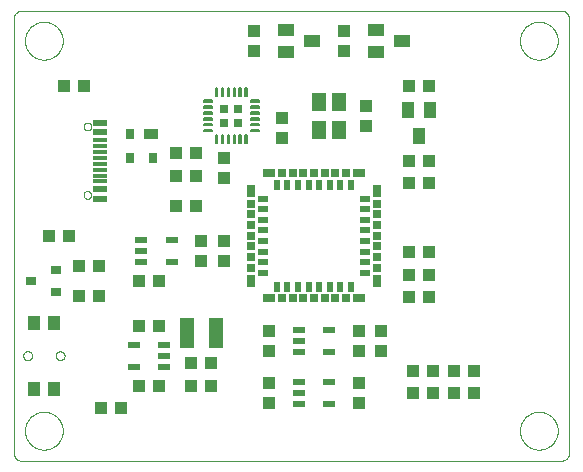
<source format=gtp>
G75*
%MOIN*%
%OFA0B0*%
%FSLAX25Y25*%
%IPPOS*%
%LPD*%
%AMOC8*
5,1,8,0,0,1.08239X$1,22.5*
%
%ADD10C,0.00000*%
%ADD11R,0.03937X0.04331*%
%ADD12R,0.04331X0.03937*%
%ADD13R,0.03150X0.03543*%
%ADD14R,0.04724X0.03543*%
%ADD15R,0.03307X0.01969*%
%ADD16R,0.01969X0.03307*%
%ADD17R,0.02559X0.04331*%
%ADD18R,0.02559X0.02559*%
%ADD19R,0.04331X0.02559*%
%ADD20R,0.05118X0.10039*%
%ADD21R,0.03937X0.04724*%
%ADD22R,0.05512X0.03937*%
%ADD23R,0.03937X0.05512*%
%ADD24R,0.03937X0.02165*%
%ADD25R,0.04724X0.05906*%
%ADD26C,0.00551*%
%ADD27R,0.03150X0.03150*%
%ADD28R,0.04528X0.02362*%
%ADD29R,0.04528X0.01181*%
%ADD30R,0.03543X0.03150*%
D10*
X0005343Y0035785D02*
X0185343Y0035785D01*
X0185441Y0035787D01*
X0185539Y0035793D01*
X0185637Y0035802D01*
X0185734Y0035816D01*
X0185831Y0035833D01*
X0185927Y0035854D01*
X0186022Y0035879D01*
X0186116Y0035907D01*
X0186208Y0035940D01*
X0186300Y0035975D01*
X0186390Y0036015D01*
X0186478Y0036057D01*
X0186565Y0036104D01*
X0186649Y0036153D01*
X0186732Y0036206D01*
X0186812Y0036262D01*
X0186891Y0036322D01*
X0186967Y0036384D01*
X0187040Y0036449D01*
X0187111Y0036517D01*
X0187179Y0036588D01*
X0187244Y0036661D01*
X0187306Y0036737D01*
X0187366Y0036816D01*
X0187422Y0036896D01*
X0187475Y0036979D01*
X0187524Y0037063D01*
X0187571Y0037150D01*
X0187613Y0037238D01*
X0187653Y0037328D01*
X0187688Y0037420D01*
X0187721Y0037512D01*
X0187749Y0037606D01*
X0187774Y0037701D01*
X0187795Y0037797D01*
X0187812Y0037894D01*
X0187826Y0037991D01*
X0187835Y0038089D01*
X0187841Y0038187D01*
X0187843Y0038285D01*
X0187843Y0183285D01*
X0187841Y0183383D01*
X0187835Y0183481D01*
X0187826Y0183579D01*
X0187812Y0183676D01*
X0187795Y0183773D01*
X0187774Y0183869D01*
X0187749Y0183964D01*
X0187721Y0184058D01*
X0187688Y0184150D01*
X0187653Y0184242D01*
X0187613Y0184332D01*
X0187571Y0184420D01*
X0187524Y0184507D01*
X0187475Y0184591D01*
X0187422Y0184674D01*
X0187366Y0184754D01*
X0187306Y0184833D01*
X0187244Y0184909D01*
X0187179Y0184982D01*
X0187111Y0185053D01*
X0187040Y0185121D01*
X0186967Y0185186D01*
X0186891Y0185248D01*
X0186812Y0185308D01*
X0186732Y0185364D01*
X0186649Y0185417D01*
X0186565Y0185466D01*
X0186478Y0185513D01*
X0186390Y0185555D01*
X0186300Y0185595D01*
X0186208Y0185630D01*
X0186116Y0185663D01*
X0186022Y0185691D01*
X0185927Y0185716D01*
X0185831Y0185737D01*
X0185734Y0185754D01*
X0185637Y0185768D01*
X0185539Y0185777D01*
X0185441Y0185783D01*
X0185343Y0185785D01*
X0005343Y0185785D01*
X0005245Y0185783D01*
X0005147Y0185777D01*
X0005049Y0185768D01*
X0004952Y0185754D01*
X0004855Y0185737D01*
X0004759Y0185716D01*
X0004664Y0185691D01*
X0004570Y0185663D01*
X0004478Y0185630D01*
X0004386Y0185595D01*
X0004296Y0185555D01*
X0004208Y0185513D01*
X0004121Y0185466D01*
X0004037Y0185417D01*
X0003954Y0185364D01*
X0003874Y0185308D01*
X0003795Y0185248D01*
X0003719Y0185186D01*
X0003646Y0185121D01*
X0003575Y0185053D01*
X0003507Y0184982D01*
X0003442Y0184909D01*
X0003380Y0184833D01*
X0003320Y0184754D01*
X0003264Y0184674D01*
X0003211Y0184591D01*
X0003162Y0184507D01*
X0003115Y0184420D01*
X0003073Y0184332D01*
X0003033Y0184242D01*
X0002998Y0184150D01*
X0002965Y0184058D01*
X0002937Y0183964D01*
X0002912Y0183869D01*
X0002891Y0183773D01*
X0002874Y0183676D01*
X0002860Y0183579D01*
X0002851Y0183481D01*
X0002845Y0183383D01*
X0002843Y0183285D01*
X0002843Y0038285D01*
X0002845Y0038187D01*
X0002851Y0038089D01*
X0002860Y0037991D01*
X0002874Y0037894D01*
X0002891Y0037797D01*
X0002912Y0037701D01*
X0002937Y0037606D01*
X0002965Y0037512D01*
X0002998Y0037420D01*
X0003033Y0037328D01*
X0003073Y0037238D01*
X0003115Y0037150D01*
X0003162Y0037063D01*
X0003211Y0036979D01*
X0003264Y0036896D01*
X0003320Y0036816D01*
X0003380Y0036737D01*
X0003442Y0036661D01*
X0003507Y0036588D01*
X0003575Y0036517D01*
X0003646Y0036449D01*
X0003719Y0036384D01*
X0003795Y0036322D01*
X0003874Y0036262D01*
X0003954Y0036206D01*
X0004037Y0036153D01*
X0004121Y0036104D01*
X0004208Y0036057D01*
X0004296Y0036015D01*
X0004386Y0035975D01*
X0004478Y0035940D01*
X0004570Y0035907D01*
X0004664Y0035879D01*
X0004759Y0035854D01*
X0004855Y0035833D01*
X0004952Y0035816D01*
X0005049Y0035802D01*
X0005147Y0035793D01*
X0005245Y0035787D01*
X0005343Y0035785D01*
X0006544Y0045785D02*
X0006546Y0045943D01*
X0006552Y0046101D01*
X0006562Y0046259D01*
X0006576Y0046417D01*
X0006594Y0046574D01*
X0006615Y0046731D01*
X0006641Y0046887D01*
X0006671Y0047043D01*
X0006704Y0047198D01*
X0006742Y0047351D01*
X0006783Y0047504D01*
X0006828Y0047656D01*
X0006877Y0047807D01*
X0006930Y0047956D01*
X0006986Y0048104D01*
X0007046Y0048250D01*
X0007110Y0048395D01*
X0007178Y0048538D01*
X0007249Y0048680D01*
X0007323Y0048820D01*
X0007401Y0048957D01*
X0007483Y0049093D01*
X0007567Y0049227D01*
X0007656Y0049358D01*
X0007747Y0049487D01*
X0007842Y0049614D01*
X0007939Y0049739D01*
X0008040Y0049861D01*
X0008144Y0049980D01*
X0008251Y0050097D01*
X0008361Y0050211D01*
X0008474Y0050322D01*
X0008589Y0050431D01*
X0008707Y0050536D01*
X0008828Y0050638D01*
X0008951Y0050738D01*
X0009077Y0050834D01*
X0009205Y0050927D01*
X0009335Y0051017D01*
X0009468Y0051103D01*
X0009603Y0051187D01*
X0009739Y0051266D01*
X0009878Y0051343D01*
X0010019Y0051415D01*
X0010161Y0051485D01*
X0010305Y0051550D01*
X0010451Y0051612D01*
X0010598Y0051670D01*
X0010747Y0051725D01*
X0010897Y0051776D01*
X0011048Y0051823D01*
X0011200Y0051866D01*
X0011353Y0051905D01*
X0011508Y0051941D01*
X0011663Y0051972D01*
X0011819Y0052000D01*
X0011975Y0052024D01*
X0012132Y0052044D01*
X0012290Y0052060D01*
X0012447Y0052072D01*
X0012606Y0052080D01*
X0012764Y0052084D01*
X0012922Y0052084D01*
X0013080Y0052080D01*
X0013239Y0052072D01*
X0013396Y0052060D01*
X0013554Y0052044D01*
X0013711Y0052024D01*
X0013867Y0052000D01*
X0014023Y0051972D01*
X0014178Y0051941D01*
X0014333Y0051905D01*
X0014486Y0051866D01*
X0014638Y0051823D01*
X0014789Y0051776D01*
X0014939Y0051725D01*
X0015088Y0051670D01*
X0015235Y0051612D01*
X0015381Y0051550D01*
X0015525Y0051485D01*
X0015667Y0051415D01*
X0015808Y0051343D01*
X0015947Y0051266D01*
X0016083Y0051187D01*
X0016218Y0051103D01*
X0016351Y0051017D01*
X0016481Y0050927D01*
X0016609Y0050834D01*
X0016735Y0050738D01*
X0016858Y0050638D01*
X0016979Y0050536D01*
X0017097Y0050431D01*
X0017212Y0050322D01*
X0017325Y0050211D01*
X0017435Y0050097D01*
X0017542Y0049980D01*
X0017646Y0049861D01*
X0017747Y0049739D01*
X0017844Y0049614D01*
X0017939Y0049487D01*
X0018030Y0049358D01*
X0018119Y0049227D01*
X0018203Y0049093D01*
X0018285Y0048957D01*
X0018363Y0048820D01*
X0018437Y0048680D01*
X0018508Y0048538D01*
X0018576Y0048395D01*
X0018640Y0048250D01*
X0018700Y0048104D01*
X0018756Y0047956D01*
X0018809Y0047807D01*
X0018858Y0047656D01*
X0018903Y0047504D01*
X0018944Y0047351D01*
X0018982Y0047198D01*
X0019015Y0047043D01*
X0019045Y0046887D01*
X0019071Y0046731D01*
X0019092Y0046574D01*
X0019110Y0046417D01*
X0019124Y0046259D01*
X0019134Y0046101D01*
X0019140Y0045943D01*
X0019142Y0045785D01*
X0019140Y0045627D01*
X0019134Y0045469D01*
X0019124Y0045311D01*
X0019110Y0045153D01*
X0019092Y0044996D01*
X0019071Y0044839D01*
X0019045Y0044683D01*
X0019015Y0044527D01*
X0018982Y0044372D01*
X0018944Y0044219D01*
X0018903Y0044066D01*
X0018858Y0043914D01*
X0018809Y0043763D01*
X0018756Y0043614D01*
X0018700Y0043466D01*
X0018640Y0043320D01*
X0018576Y0043175D01*
X0018508Y0043032D01*
X0018437Y0042890D01*
X0018363Y0042750D01*
X0018285Y0042613D01*
X0018203Y0042477D01*
X0018119Y0042343D01*
X0018030Y0042212D01*
X0017939Y0042083D01*
X0017844Y0041956D01*
X0017747Y0041831D01*
X0017646Y0041709D01*
X0017542Y0041590D01*
X0017435Y0041473D01*
X0017325Y0041359D01*
X0017212Y0041248D01*
X0017097Y0041139D01*
X0016979Y0041034D01*
X0016858Y0040932D01*
X0016735Y0040832D01*
X0016609Y0040736D01*
X0016481Y0040643D01*
X0016351Y0040553D01*
X0016218Y0040467D01*
X0016083Y0040383D01*
X0015947Y0040304D01*
X0015808Y0040227D01*
X0015667Y0040155D01*
X0015525Y0040085D01*
X0015381Y0040020D01*
X0015235Y0039958D01*
X0015088Y0039900D01*
X0014939Y0039845D01*
X0014789Y0039794D01*
X0014638Y0039747D01*
X0014486Y0039704D01*
X0014333Y0039665D01*
X0014178Y0039629D01*
X0014023Y0039598D01*
X0013867Y0039570D01*
X0013711Y0039546D01*
X0013554Y0039526D01*
X0013396Y0039510D01*
X0013239Y0039498D01*
X0013080Y0039490D01*
X0012922Y0039486D01*
X0012764Y0039486D01*
X0012606Y0039490D01*
X0012447Y0039498D01*
X0012290Y0039510D01*
X0012132Y0039526D01*
X0011975Y0039546D01*
X0011819Y0039570D01*
X0011663Y0039598D01*
X0011508Y0039629D01*
X0011353Y0039665D01*
X0011200Y0039704D01*
X0011048Y0039747D01*
X0010897Y0039794D01*
X0010747Y0039845D01*
X0010598Y0039900D01*
X0010451Y0039958D01*
X0010305Y0040020D01*
X0010161Y0040085D01*
X0010019Y0040155D01*
X0009878Y0040227D01*
X0009739Y0040304D01*
X0009603Y0040383D01*
X0009468Y0040467D01*
X0009335Y0040553D01*
X0009205Y0040643D01*
X0009077Y0040736D01*
X0008951Y0040832D01*
X0008828Y0040932D01*
X0008707Y0041034D01*
X0008589Y0041139D01*
X0008474Y0041248D01*
X0008361Y0041359D01*
X0008251Y0041473D01*
X0008144Y0041590D01*
X0008040Y0041709D01*
X0007939Y0041831D01*
X0007842Y0041956D01*
X0007747Y0042083D01*
X0007656Y0042212D01*
X0007567Y0042343D01*
X0007483Y0042477D01*
X0007401Y0042613D01*
X0007323Y0042750D01*
X0007249Y0042890D01*
X0007178Y0043032D01*
X0007110Y0043175D01*
X0007046Y0043320D01*
X0006986Y0043466D01*
X0006930Y0043614D01*
X0006877Y0043763D01*
X0006828Y0043914D01*
X0006783Y0044066D01*
X0006742Y0044219D01*
X0006704Y0044372D01*
X0006671Y0044527D01*
X0006641Y0044683D01*
X0006615Y0044839D01*
X0006594Y0044996D01*
X0006576Y0045153D01*
X0006562Y0045311D01*
X0006552Y0045469D01*
X0006546Y0045627D01*
X0006544Y0045785D01*
X0005953Y0070785D02*
X0005955Y0070862D01*
X0005961Y0070938D01*
X0005971Y0071014D01*
X0005985Y0071089D01*
X0006002Y0071164D01*
X0006024Y0071237D01*
X0006049Y0071310D01*
X0006079Y0071381D01*
X0006111Y0071450D01*
X0006148Y0071517D01*
X0006187Y0071583D01*
X0006230Y0071646D01*
X0006277Y0071707D01*
X0006326Y0071766D01*
X0006379Y0071822D01*
X0006434Y0071875D01*
X0006492Y0071925D01*
X0006552Y0071972D01*
X0006615Y0072016D01*
X0006680Y0072057D01*
X0006747Y0072094D01*
X0006816Y0072128D01*
X0006886Y0072158D01*
X0006958Y0072184D01*
X0007032Y0072206D01*
X0007106Y0072225D01*
X0007181Y0072240D01*
X0007257Y0072251D01*
X0007333Y0072258D01*
X0007410Y0072261D01*
X0007486Y0072260D01*
X0007563Y0072255D01*
X0007639Y0072246D01*
X0007715Y0072233D01*
X0007789Y0072216D01*
X0007863Y0072196D01*
X0007936Y0072171D01*
X0008007Y0072143D01*
X0008077Y0072111D01*
X0008145Y0072076D01*
X0008211Y0072037D01*
X0008275Y0071995D01*
X0008336Y0071949D01*
X0008396Y0071900D01*
X0008452Y0071849D01*
X0008506Y0071794D01*
X0008557Y0071737D01*
X0008605Y0071677D01*
X0008650Y0071615D01*
X0008691Y0071550D01*
X0008729Y0071484D01*
X0008764Y0071416D01*
X0008794Y0071345D01*
X0008822Y0071274D01*
X0008845Y0071201D01*
X0008865Y0071127D01*
X0008881Y0071052D01*
X0008893Y0070976D01*
X0008901Y0070900D01*
X0008905Y0070823D01*
X0008905Y0070747D01*
X0008901Y0070670D01*
X0008893Y0070594D01*
X0008881Y0070518D01*
X0008865Y0070443D01*
X0008845Y0070369D01*
X0008822Y0070296D01*
X0008794Y0070225D01*
X0008764Y0070154D01*
X0008729Y0070086D01*
X0008691Y0070020D01*
X0008650Y0069955D01*
X0008605Y0069893D01*
X0008557Y0069833D01*
X0008506Y0069776D01*
X0008452Y0069721D01*
X0008396Y0069670D01*
X0008336Y0069621D01*
X0008275Y0069575D01*
X0008211Y0069533D01*
X0008145Y0069494D01*
X0008077Y0069459D01*
X0008007Y0069427D01*
X0007936Y0069399D01*
X0007863Y0069374D01*
X0007789Y0069354D01*
X0007715Y0069337D01*
X0007639Y0069324D01*
X0007563Y0069315D01*
X0007486Y0069310D01*
X0007410Y0069309D01*
X0007333Y0069312D01*
X0007257Y0069319D01*
X0007181Y0069330D01*
X0007106Y0069345D01*
X0007032Y0069364D01*
X0006958Y0069386D01*
X0006886Y0069412D01*
X0006816Y0069442D01*
X0006747Y0069476D01*
X0006680Y0069513D01*
X0006615Y0069554D01*
X0006552Y0069598D01*
X0006492Y0069645D01*
X0006434Y0069695D01*
X0006379Y0069748D01*
X0006326Y0069804D01*
X0006277Y0069863D01*
X0006230Y0069924D01*
X0006187Y0069987D01*
X0006148Y0070053D01*
X0006111Y0070120D01*
X0006079Y0070189D01*
X0006049Y0070260D01*
X0006024Y0070333D01*
X0006002Y0070406D01*
X0005985Y0070481D01*
X0005971Y0070556D01*
X0005961Y0070632D01*
X0005955Y0070708D01*
X0005953Y0070785D01*
X0016780Y0070785D02*
X0016782Y0070862D01*
X0016788Y0070938D01*
X0016798Y0071014D01*
X0016812Y0071089D01*
X0016829Y0071164D01*
X0016851Y0071237D01*
X0016876Y0071310D01*
X0016906Y0071381D01*
X0016938Y0071450D01*
X0016975Y0071517D01*
X0017014Y0071583D01*
X0017057Y0071646D01*
X0017104Y0071707D01*
X0017153Y0071766D01*
X0017206Y0071822D01*
X0017261Y0071875D01*
X0017319Y0071925D01*
X0017379Y0071972D01*
X0017442Y0072016D01*
X0017507Y0072057D01*
X0017574Y0072094D01*
X0017643Y0072128D01*
X0017713Y0072158D01*
X0017785Y0072184D01*
X0017859Y0072206D01*
X0017933Y0072225D01*
X0018008Y0072240D01*
X0018084Y0072251D01*
X0018160Y0072258D01*
X0018237Y0072261D01*
X0018313Y0072260D01*
X0018390Y0072255D01*
X0018466Y0072246D01*
X0018542Y0072233D01*
X0018616Y0072216D01*
X0018690Y0072196D01*
X0018763Y0072171D01*
X0018834Y0072143D01*
X0018904Y0072111D01*
X0018972Y0072076D01*
X0019038Y0072037D01*
X0019102Y0071995D01*
X0019163Y0071949D01*
X0019223Y0071900D01*
X0019279Y0071849D01*
X0019333Y0071794D01*
X0019384Y0071737D01*
X0019432Y0071677D01*
X0019477Y0071615D01*
X0019518Y0071550D01*
X0019556Y0071484D01*
X0019591Y0071416D01*
X0019621Y0071345D01*
X0019649Y0071274D01*
X0019672Y0071201D01*
X0019692Y0071127D01*
X0019708Y0071052D01*
X0019720Y0070976D01*
X0019728Y0070900D01*
X0019732Y0070823D01*
X0019732Y0070747D01*
X0019728Y0070670D01*
X0019720Y0070594D01*
X0019708Y0070518D01*
X0019692Y0070443D01*
X0019672Y0070369D01*
X0019649Y0070296D01*
X0019621Y0070225D01*
X0019591Y0070154D01*
X0019556Y0070086D01*
X0019518Y0070020D01*
X0019477Y0069955D01*
X0019432Y0069893D01*
X0019384Y0069833D01*
X0019333Y0069776D01*
X0019279Y0069721D01*
X0019223Y0069670D01*
X0019163Y0069621D01*
X0019102Y0069575D01*
X0019038Y0069533D01*
X0018972Y0069494D01*
X0018904Y0069459D01*
X0018834Y0069427D01*
X0018763Y0069399D01*
X0018690Y0069374D01*
X0018616Y0069354D01*
X0018542Y0069337D01*
X0018466Y0069324D01*
X0018390Y0069315D01*
X0018313Y0069310D01*
X0018237Y0069309D01*
X0018160Y0069312D01*
X0018084Y0069319D01*
X0018008Y0069330D01*
X0017933Y0069345D01*
X0017859Y0069364D01*
X0017785Y0069386D01*
X0017713Y0069412D01*
X0017643Y0069442D01*
X0017574Y0069476D01*
X0017507Y0069513D01*
X0017442Y0069554D01*
X0017379Y0069598D01*
X0017319Y0069645D01*
X0017261Y0069695D01*
X0017206Y0069748D01*
X0017153Y0069804D01*
X0017104Y0069863D01*
X0017057Y0069924D01*
X0017014Y0069987D01*
X0016975Y0070053D01*
X0016938Y0070120D01*
X0016906Y0070189D01*
X0016876Y0070260D01*
X0016851Y0070333D01*
X0016829Y0070406D01*
X0016812Y0070481D01*
X0016798Y0070556D01*
X0016788Y0070632D01*
X0016782Y0070708D01*
X0016780Y0070785D01*
X0026051Y0124407D02*
X0026053Y0124478D01*
X0026059Y0124549D01*
X0026069Y0124620D01*
X0026083Y0124689D01*
X0026100Y0124758D01*
X0026122Y0124826D01*
X0026147Y0124893D01*
X0026176Y0124958D01*
X0026208Y0125021D01*
X0026244Y0125083D01*
X0026283Y0125142D01*
X0026326Y0125199D01*
X0026371Y0125254D01*
X0026420Y0125306D01*
X0026471Y0125355D01*
X0026525Y0125401D01*
X0026582Y0125445D01*
X0026640Y0125485D01*
X0026701Y0125521D01*
X0026764Y0125555D01*
X0026829Y0125584D01*
X0026895Y0125610D01*
X0026963Y0125633D01*
X0027031Y0125651D01*
X0027101Y0125666D01*
X0027171Y0125677D01*
X0027242Y0125684D01*
X0027313Y0125687D01*
X0027384Y0125686D01*
X0027455Y0125681D01*
X0027526Y0125672D01*
X0027596Y0125659D01*
X0027665Y0125643D01*
X0027733Y0125622D01*
X0027800Y0125598D01*
X0027866Y0125570D01*
X0027929Y0125538D01*
X0027991Y0125503D01*
X0028051Y0125465D01*
X0028109Y0125423D01*
X0028164Y0125379D01*
X0028217Y0125331D01*
X0028267Y0125280D01*
X0028314Y0125227D01*
X0028358Y0125171D01*
X0028399Y0125113D01*
X0028437Y0125052D01*
X0028471Y0124990D01*
X0028501Y0124925D01*
X0028528Y0124860D01*
X0028552Y0124792D01*
X0028571Y0124724D01*
X0028587Y0124655D01*
X0028599Y0124584D01*
X0028607Y0124514D01*
X0028611Y0124443D01*
X0028611Y0124371D01*
X0028607Y0124300D01*
X0028599Y0124230D01*
X0028587Y0124159D01*
X0028571Y0124090D01*
X0028552Y0124022D01*
X0028528Y0123954D01*
X0028501Y0123889D01*
X0028471Y0123824D01*
X0028437Y0123762D01*
X0028399Y0123701D01*
X0028358Y0123643D01*
X0028314Y0123587D01*
X0028267Y0123534D01*
X0028217Y0123483D01*
X0028164Y0123435D01*
X0028109Y0123391D01*
X0028051Y0123349D01*
X0027991Y0123311D01*
X0027929Y0123276D01*
X0027866Y0123244D01*
X0027800Y0123216D01*
X0027733Y0123192D01*
X0027665Y0123171D01*
X0027596Y0123155D01*
X0027526Y0123142D01*
X0027455Y0123133D01*
X0027384Y0123128D01*
X0027313Y0123127D01*
X0027242Y0123130D01*
X0027171Y0123137D01*
X0027101Y0123148D01*
X0027031Y0123163D01*
X0026963Y0123181D01*
X0026895Y0123204D01*
X0026829Y0123230D01*
X0026764Y0123259D01*
X0026701Y0123293D01*
X0026640Y0123329D01*
X0026582Y0123369D01*
X0026525Y0123413D01*
X0026471Y0123459D01*
X0026420Y0123508D01*
X0026371Y0123560D01*
X0026326Y0123615D01*
X0026283Y0123672D01*
X0026244Y0123731D01*
X0026208Y0123793D01*
X0026176Y0123856D01*
X0026147Y0123921D01*
X0026122Y0123988D01*
X0026100Y0124056D01*
X0026083Y0124125D01*
X0026069Y0124194D01*
X0026059Y0124265D01*
X0026053Y0124336D01*
X0026051Y0124407D01*
X0026051Y0147163D02*
X0026053Y0147234D01*
X0026059Y0147305D01*
X0026069Y0147376D01*
X0026083Y0147445D01*
X0026100Y0147514D01*
X0026122Y0147582D01*
X0026147Y0147649D01*
X0026176Y0147714D01*
X0026208Y0147777D01*
X0026244Y0147839D01*
X0026283Y0147898D01*
X0026326Y0147955D01*
X0026371Y0148010D01*
X0026420Y0148062D01*
X0026471Y0148111D01*
X0026525Y0148157D01*
X0026582Y0148201D01*
X0026640Y0148241D01*
X0026701Y0148277D01*
X0026764Y0148311D01*
X0026829Y0148340D01*
X0026895Y0148366D01*
X0026963Y0148389D01*
X0027031Y0148407D01*
X0027101Y0148422D01*
X0027171Y0148433D01*
X0027242Y0148440D01*
X0027313Y0148443D01*
X0027384Y0148442D01*
X0027455Y0148437D01*
X0027526Y0148428D01*
X0027596Y0148415D01*
X0027665Y0148399D01*
X0027733Y0148378D01*
X0027800Y0148354D01*
X0027866Y0148326D01*
X0027929Y0148294D01*
X0027991Y0148259D01*
X0028051Y0148221D01*
X0028109Y0148179D01*
X0028164Y0148135D01*
X0028217Y0148087D01*
X0028267Y0148036D01*
X0028314Y0147983D01*
X0028358Y0147927D01*
X0028399Y0147869D01*
X0028437Y0147808D01*
X0028471Y0147746D01*
X0028501Y0147681D01*
X0028528Y0147616D01*
X0028552Y0147548D01*
X0028571Y0147480D01*
X0028587Y0147411D01*
X0028599Y0147340D01*
X0028607Y0147270D01*
X0028611Y0147199D01*
X0028611Y0147127D01*
X0028607Y0147056D01*
X0028599Y0146986D01*
X0028587Y0146915D01*
X0028571Y0146846D01*
X0028552Y0146778D01*
X0028528Y0146710D01*
X0028501Y0146645D01*
X0028471Y0146580D01*
X0028437Y0146518D01*
X0028399Y0146457D01*
X0028358Y0146399D01*
X0028314Y0146343D01*
X0028267Y0146290D01*
X0028217Y0146239D01*
X0028164Y0146191D01*
X0028109Y0146147D01*
X0028051Y0146105D01*
X0027991Y0146067D01*
X0027929Y0146032D01*
X0027866Y0146000D01*
X0027800Y0145972D01*
X0027733Y0145948D01*
X0027665Y0145927D01*
X0027596Y0145911D01*
X0027526Y0145898D01*
X0027455Y0145889D01*
X0027384Y0145884D01*
X0027313Y0145883D01*
X0027242Y0145886D01*
X0027171Y0145893D01*
X0027101Y0145904D01*
X0027031Y0145919D01*
X0026963Y0145937D01*
X0026895Y0145960D01*
X0026829Y0145986D01*
X0026764Y0146015D01*
X0026701Y0146049D01*
X0026640Y0146085D01*
X0026582Y0146125D01*
X0026525Y0146169D01*
X0026471Y0146215D01*
X0026420Y0146264D01*
X0026371Y0146316D01*
X0026326Y0146371D01*
X0026283Y0146428D01*
X0026244Y0146487D01*
X0026208Y0146549D01*
X0026176Y0146612D01*
X0026147Y0146677D01*
X0026122Y0146744D01*
X0026100Y0146812D01*
X0026083Y0146881D01*
X0026069Y0146950D01*
X0026059Y0147021D01*
X0026053Y0147092D01*
X0026051Y0147163D01*
X0006544Y0175785D02*
X0006546Y0175943D01*
X0006552Y0176101D01*
X0006562Y0176259D01*
X0006576Y0176417D01*
X0006594Y0176574D01*
X0006615Y0176731D01*
X0006641Y0176887D01*
X0006671Y0177043D01*
X0006704Y0177198D01*
X0006742Y0177351D01*
X0006783Y0177504D01*
X0006828Y0177656D01*
X0006877Y0177807D01*
X0006930Y0177956D01*
X0006986Y0178104D01*
X0007046Y0178250D01*
X0007110Y0178395D01*
X0007178Y0178538D01*
X0007249Y0178680D01*
X0007323Y0178820D01*
X0007401Y0178957D01*
X0007483Y0179093D01*
X0007567Y0179227D01*
X0007656Y0179358D01*
X0007747Y0179487D01*
X0007842Y0179614D01*
X0007939Y0179739D01*
X0008040Y0179861D01*
X0008144Y0179980D01*
X0008251Y0180097D01*
X0008361Y0180211D01*
X0008474Y0180322D01*
X0008589Y0180431D01*
X0008707Y0180536D01*
X0008828Y0180638D01*
X0008951Y0180738D01*
X0009077Y0180834D01*
X0009205Y0180927D01*
X0009335Y0181017D01*
X0009468Y0181103D01*
X0009603Y0181187D01*
X0009739Y0181266D01*
X0009878Y0181343D01*
X0010019Y0181415D01*
X0010161Y0181485D01*
X0010305Y0181550D01*
X0010451Y0181612D01*
X0010598Y0181670D01*
X0010747Y0181725D01*
X0010897Y0181776D01*
X0011048Y0181823D01*
X0011200Y0181866D01*
X0011353Y0181905D01*
X0011508Y0181941D01*
X0011663Y0181972D01*
X0011819Y0182000D01*
X0011975Y0182024D01*
X0012132Y0182044D01*
X0012290Y0182060D01*
X0012447Y0182072D01*
X0012606Y0182080D01*
X0012764Y0182084D01*
X0012922Y0182084D01*
X0013080Y0182080D01*
X0013239Y0182072D01*
X0013396Y0182060D01*
X0013554Y0182044D01*
X0013711Y0182024D01*
X0013867Y0182000D01*
X0014023Y0181972D01*
X0014178Y0181941D01*
X0014333Y0181905D01*
X0014486Y0181866D01*
X0014638Y0181823D01*
X0014789Y0181776D01*
X0014939Y0181725D01*
X0015088Y0181670D01*
X0015235Y0181612D01*
X0015381Y0181550D01*
X0015525Y0181485D01*
X0015667Y0181415D01*
X0015808Y0181343D01*
X0015947Y0181266D01*
X0016083Y0181187D01*
X0016218Y0181103D01*
X0016351Y0181017D01*
X0016481Y0180927D01*
X0016609Y0180834D01*
X0016735Y0180738D01*
X0016858Y0180638D01*
X0016979Y0180536D01*
X0017097Y0180431D01*
X0017212Y0180322D01*
X0017325Y0180211D01*
X0017435Y0180097D01*
X0017542Y0179980D01*
X0017646Y0179861D01*
X0017747Y0179739D01*
X0017844Y0179614D01*
X0017939Y0179487D01*
X0018030Y0179358D01*
X0018119Y0179227D01*
X0018203Y0179093D01*
X0018285Y0178957D01*
X0018363Y0178820D01*
X0018437Y0178680D01*
X0018508Y0178538D01*
X0018576Y0178395D01*
X0018640Y0178250D01*
X0018700Y0178104D01*
X0018756Y0177956D01*
X0018809Y0177807D01*
X0018858Y0177656D01*
X0018903Y0177504D01*
X0018944Y0177351D01*
X0018982Y0177198D01*
X0019015Y0177043D01*
X0019045Y0176887D01*
X0019071Y0176731D01*
X0019092Y0176574D01*
X0019110Y0176417D01*
X0019124Y0176259D01*
X0019134Y0176101D01*
X0019140Y0175943D01*
X0019142Y0175785D01*
X0019140Y0175627D01*
X0019134Y0175469D01*
X0019124Y0175311D01*
X0019110Y0175153D01*
X0019092Y0174996D01*
X0019071Y0174839D01*
X0019045Y0174683D01*
X0019015Y0174527D01*
X0018982Y0174372D01*
X0018944Y0174219D01*
X0018903Y0174066D01*
X0018858Y0173914D01*
X0018809Y0173763D01*
X0018756Y0173614D01*
X0018700Y0173466D01*
X0018640Y0173320D01*
X0018576Y0173175D01*
X0018508Y0173032D01*
X0018437Y0172890D01*
X0018363Y0172750D01*
X0018285Y0172613D01*
X0018203Y0172477D01*
X0018119Y0172343D01*
X0018030Y0172212D01*
X0017939Y0172083D01*
X0017844Y0171956D01*
X0017747Y0171831D01*
X0017646Y0171709D01*
X0017542Y0171590D01*
X0017435Y0171473D01*
X0017325Y0171359D01*
X0017212Y0171248D01*
X0017097Y0171139D01*
X0016979Y0171034D01*
X0016858Y0170932D01*
X0016735Y0170832D01*
X0016609Y0170736D01*
X0016481Y0170643D01*
X0016351Y0170553D01*
X0016218Y0170467D01*
X0016083Y0170383D01*
X0015947Y0170304D01*
X0015808Y0170227D01*
X0015667Y0170155D01*
X0015525Y0170085D01*
X0015381Y0170020D01*
X0015235Y0169958D01*
X0015088Y0169900D01*
X0014939Y0169845D01*
X0014789Y0169794D01*
X0014638Y0169747D01*
X0014486Y0169704D01*
X0014333Y0169665D01*
X0014178Y0169629D01*
X0014023Y0169598D01*
X0013867Y0169570D01*
X0013711Y0169546D01*
X0013554Y0169526D01*
X0013396Y0169510D01*
X0013239Y0169498D01*
X0013080Y0169490D01*
X0012922Y0169486D01*
X0012764Y0169486D01*
X0012606Y0169490D01*
X0012447Y0169498D01*
X0012290Y0169510D01*
X0012132Y0169526D01*
X0011975Y0169546D01*
X0011819Y0169570D01*
X0011663Y0169598D01*
X0011508Y0169629D01*
X0011353Y0169665D01*
X0011200Y0169704D01*
X0011048Y0169747D01*
X0010897Y0169794D01*
X0010747Y0169845D01*
X0010598Y0169900D01*
X0010451Y0169958D01*
X0010305Y0170020D01*
X0010161Y0170085D01*
X0010019Y0170155D01*
X0009878Y0170227D01*
X0009739Y0170304D01*
X0009603Y0170383D01*
X0009468Y0170467D01*
X0009335Y0170553D01*
X0009205Y0170643D01*
X0009077Y0170736D01*
X0008951Y0170832D01*
X0008828Y0170932D01*
X0008707Y0171034D01*
X0008589Y0171139D01*
X0008474Y0171248D01*
X0008361Y0171359D01*
X0008251Y0171473D01*
X0008144Y0171590D01*
X0008040Y0171709D01*
X0007939Y0171831D01*
X0007842Y0171956D01*
X0007747Y0172083D01*
X0007656Y0172212D01*
X0007567Y0172343D01*
X0007483Y0172477D01*
X0007401Y0172613D01*
X0007323Y0172750D01*
X0007249Y0172890D01*
X0007178Y0173032D01*
X0007110Y0173175D01*
X0007046Y0173320D01*
X0006986Y0173466D01*
X0006930Y0173614D01*
X0006877Y0173763D01*
X0006828Y0173914D01*
X0006783Y0174066D01*
X0006742Y0174219D01*
X0006704Y0174372D01*
X0006671Y0174527D01*
X0006641Y0174683D01*
X0006615Y0174839D01*
X0006594Y0174996D01*
X0006576Y0175153D01*
X0006562Y0175311D01*
X0006552Y0175469D01*
X0006546Y0175627D01*
X0006544Y0175785D01*
X0171544Y0175785D02*
X0171546Y0175943D01*
X0171552Y0176101D01*
X0171562Y0176259D01*
X0171576Y0176417D01*
X0171594Y0176574D01*
X0171615Y0176731D01*
X0171641Y0176887D01*
X0171671Y0177043D01*
X0171704Y0177198D01*
X0171742Y0177351D01*
X0171783Y0177504D01*
X0171828Y0177656D01*
X0171877Y0177807D01*
X0171930Y0177956D01*
X0171986Y0178104D01*
X0172046Y0178250D01*
X0172110Y0178395D01*
X0172178Y0178538D01*
X0172249Y0178680D01*
X0172323Y0178820D01*
X0172401Y0178957D01*
X0172483Y0179093D01*
X0172567Y0179227D01*
X0172656Y0179358D01*
X0172747Y0179487D01*
X0172842Y0179614D01*
X0172939Y0179739D01*
X0173040Y0179861D01*
X0173144Y0179980D01*
X0173251Y0180097D01*
X0173361Y0180211D01*
X0173474Y0180322D01*
X0173589Y0180431D01*
X0173707Y0180536D01*
X0173828Y0180638D01*
X0173951Y0180738D01*
X0174077Y0180834D01*
X0174205Y0180927D01*
X0174335Y0181017D01*
X0174468Y0181103D01*
X0174603Y0181187D01*
X0174739Y0181266D01*
X0174878Y0181343D01*
X0175019Y0181415D01*
X0175161Y0181485D01*
X0175305Y0181550D01*
X0175451Y0181612D01*
X0175598Y0181670D01*
X0175747Y0181725D01*
X0175897Y0181776D01*
X0176048Y0181823D01*
X0176200Y0181866D01*
X0176353Y0181905D01*
X0176508Y0181941D01*
X0176663Y0181972D01*
X0176819Y0182000D01*
X0176975Y0182024D01*
X0177132Y0182044D01*
X0177290Y0182060D01*
X0177447Y0182072D01*
X0177606Y0182080D01*
X0177764Y0182084D01*
X0177922Y0182084D01*
X0178080Y0182080D01*
X0178239Y0182072D01*
X0178396Y0182060D01*
X0178554Y0182044D01*
X0178711Y0182024D01*
X0178867Y0182000D01*
X0179023Y0181972D01*
X0179178Y0181941D01*
X0179333Y0181905D01*
X0179486Y0181866D01*
X0179638Y0181823D01*
X0179789Y0181776D01*
X0179939Y0181725D01*
X0180088Y0181670D01*
X0180235Y0181612D01*
X0180381Y0181550D01*
X0180525Y0181485D01*
X0180667Y0181415D01*
X0180808Y0181343D01*
X0180947Y0181266D01*
X0181083Y0181187D01*
X0181218Y0181103D01*
X0181351Y0181017D01*
X0181481Y0180927D01*
X0181609Y0180834D01*
X0181735Y0180738D01*
X0181858Y0180638D01*
X0181979Y0180536D01*
X0182097Y0180431D01*
X0182212Y0180322D01*
X0182325Y0180211D01*
X0182435Y0180097D01*
X0182542Y0179980D01*
X0182646Y0179861D01*
X0182747Y0179739D01*
X0182844Y0179614D01*
X0182939Y0179487D01*
X0183030Y0179358D01*
X0183119Y0179227D01*
X0183203Y0179093D01*
X0183285Y0178957D01*
X0183363Y0178820D01*
X0183437Y0178680D01*
X0183508Y0178538D01*
X0183576Y0178395D01*
X0183640Y0178250D01*
X0183700Y0178104D01*
X0183756Y0177956D01*
X0183809Y0177807D01*
X0183858Y0177656D01*
X0183903Y0177504D01*
X0183944Y0177351D01*
X0183982Y0177198D01*
X0184015Y0177043D01*
X0184045Y0176887D01*
X0184071Y0176731D01*
X0184092Y0176574D01*
X0184110Y0176417D01*
X0184124Y0176259D01*
X0184134Y0176101D01*
X0184140Y0175943D01*
X0184142Y0175785D01*
X0184140Y0175627D01*
X0184134Y0175469D01*
X0184124Y0175311D01*
X0184110Y0175153D01*
X0184092Y0174996D01*
X0184071Y0174839D01*
X0184045Y0174683D01*
X0184015Y0174527D01*
X0183982Y0174372D01*
X0183944Y0174219D01*
X0183903Y0174066D01*
X0183858Y0173914D01*
X0183809Y0173763D01*
X0183756Y0173614D01*
X0183700Y0173466D01*
X0183640Y0173320D01*
X0183576Y0173175D01*
X0183508Y0173032D01*
X0183437Y0172890D01*
X0183363Y0172750D01*
X0183285Y0172613D01*
X0183203Y0172477D01*
X0183119Y0172343D01*
X0183030Y0172212D01*
X0182939Y0172083D01*
X0182844Y0171956D01*
X0182747Y0171831D01*
X0182646Y0171709D01*
X0182542Y0171590D01*
X0182435Y0171473D01*
X0182325Y0171359D01*
X0182212Y0171248D01*
X0182097Y0171139D01*
X0181979Y0171034D01*
X0181858Y0170932D01*
X0181735Y0170832D01*
X0181609Y0170736D01*
X0181481Y0170643D01*
X0181351Y0170553D01*
X0181218Y0170467D01*
X0181083Y0170383D01*
X0180947Y0170304D01*
X0180808Y0170227D01*
X0180667Y0170155D01*
X0180525Y0170085D01*
X0180381Y0170020D01*
X0180235Y0169958D01*
X0180088Y0169900D01*
X0179939Y0169845D01*
X0179789Y0169794D01*
X0179638Y0169747D01*
X0179486Y0169704D01*
X0179333Y0169665D01*
X0179178Y0169629D01*
X0179023Y0169598D01*
X0178867Y0169570D01*
X0178711Y0169546D01*
X0178554Y0169526D01*
X0178396Y0169510D01*
X0178239Y0169498D01*
X0178080Y0169490D01*
X0177922Y0169486D01*
X0177764Y0169486D01*
X0177606Y0169490D01*
X0177447Y0169498D01*
X0177290Y0169510D01*
X0177132Y0169526D01*
X0176975Y0169546D01*
X0176819Y0169570D01*
X0176663Y0169598D01*
X0176508Y0169629D01*
X0176353Y0169665D01*
X0176200Y0169704D01*
X0176048Y0169747D01*
X0175897Y0169794D01*
X0175747Y0169845D01*
X0175598Y0169900D01*
X0175451Y0169958D01*
X0175305Y0170020D01*
X0175161Y0170085D01*
X0175019Y0170155D01*
X0174878Y0170227D01*
X0174739Y0170304D01*
X0174603Y0170383D01*
X0174468Y0170467D01*
X0174335Y0170553D01*
X0174205Y0170643D01*
X0174077Y0170736D01*
X0173951Y0170832D01*
X0173828Y0170932D01*
X0173707Y0171034D01*
X0173589Y0171139D01*
X0173474Y0171248D01*
X0173361Y0171359D01*
X0173251Y0171473D01*
X0173144Y0171590D01*
X0173040Y0171709D01*
X0172939Y0171831D01*
X0172842Y0171956D01*
X0172747Y0172083D01*
X0172656Y0172212D01*
X0172567Y0172343D01*
X0172483Y0172477D01*
X0172401Y0172613D01*
X0172323Y0172750D01*
X0172249Y0172890D01*
X0172178Y0173032D01*
X0172110Y0173175D01*
X0172046Y0173320D01*
X0171986Y0173466D01*
X0171930Y0173614D01*
X0171877Y0173763D01*
X0171828Y0173914D01*
X0171783Y0174066D01*
X0171742Y0174219D01*
X0171704Y0174372D01*
X0171671Y0174527D01*
X0171641Y0174683D01*
X0171615Y0174839D01*
X0171594Y0174996D01*
X0171576Y0175153D01*
X0171562Y0175311D01*
X0171552Y0175469D01*
X0171546Y0175627D01*
X0171544Y0175785D01*
X0171544Y0045785D02*
X0171546Y0045943D01*
X0171552Y0046101D01*
X0171562Y0046259D01*
X0171576Y0046417D01*
X0171594Y0046574D01*
X0171615Y0046731D01*
X0171641Y0046887D01*
X0171671Y0047043D01*
X0171704Y0047198D01*
X0171742Y0047351D01*
X0171783Y0047504D01*
X0171828Y0047656D01*
X0171877Y0047807D01*
X0171930Y0047956D01*
X0171986Y0048104D01*
X0172046Y0048250D01*
X0172110Y0048395D01*
X0172178Y0048538D01*
X0172249Y0048680D01*
X0172323Y0048820D01*
X0172401Y0048957D01*
X0172483Y0049093D01*
X0172567Y0049227D01*
X0172656Y0049358D01*
X0172747Y0049487D01*
X0172842Y0049614D01*
X0172939Y0049739D01*
X0173040Y0049861D01*
X0173144Y0049980D01*
X0173251Y0050097D01*
X0173361Y0050211D01*
X0173474Y0050322D01*
X0173589Y0050431D01*
X0173707Y0050536D01*
X0173828Y0050638D01*
X0173951Y0050738D01*
X0174077Y0050834D01*
X0174205Y0050927D01*
X0174335Y0051017D01*
X0174468Y0051103D01*
X0174603Y0051187D01*
X0174739Y0051266D01*
X0174878Y0051343D01*
X0175019Y0051415D01*
X0175161Y0051485D01*
X0175305Y0051550D01*
X0175451Y0051612D01*
X0175598Y0051670D01*
X0175747Y0051725D01*
X0175897Y0051776D01*
X0176048Y0051823D01*
X0176200Y0051866D01*
X0176353Y0051905D01*
X0176508Y0051941D01*
X0176663Y0051972D01*
X0176819Y0052000D01*
X0176975Y0052024D01*
X0177132Y0052044D01*
X0177290Y0052060D01*
X0177447Y0052072D01*
X0177606Y0052080D01*
X0177764Y0052084D01*
X0177922Y0052084D01*
X0178080Y0052080D01*
X0178239Y0052072D01*
X0178396Y0052060D01*
X0178554Y0052044D01*
X0178711Y0052024D01*
X0178867Y0052000D01*
X0179023Y0051972D01*
X0179178Y0051941D01*
X0179333Y0051905D01*
X0179486Y0051866D01*
X0179638Y0051823D01*
X0179789Y0051776D01*
X0179939Y0051725D01*
X0180088Y0051670D01*
X0180235Y0051612D01*
X0180381Y0051550D01*
X0180525Y0051485D01*
X0180667Y0051415D01*
X0180808Y0051343D01*
X0180947Y0051266D01*
X0181083Y0051187D01*
X0181218Y0051103D01*
X0181351Y0051017D01*
X0181481Y0050927D01*
X0181609Y0050834D01*
X0181735Y0050738D01*
X0181858Y0050638D01*
X0181979Y0050536D01*
X0182097Y0050431D01*
X0182212Y0050322D01*
X0182325Y0050211D01*
X0182435Y0050097D01*
X0182542Y0049980D01*
X0182646Y0049861D01*
X0182747Y0049739D01*
X0182844Y0049614D01*
X0182939Y0049487D01*
X0183030Y0049358D01*
X0183119Y0049227D01*
X0183203Y0049093D01*
X0183285Y0048957D01*
X0183363Y0048820D01*
X0183437Y0048680D01*
X0183508Y0048538D01*
X0183576Y0048395D01*
X0183640Y0048250D01*
X0183700Y0048104D01*
X0183756Y0047956D01*
X0183809Y0047807D01*
X0183858Y0047656D01*
X0183903Y0047504D01*
X0183944Y0047351D01*
X0183982Y0047198D01*
X0184015Y0047043D01*
X0184045Y0046887D01*
X0184071Y0046731D01*
X0184092Y0046574D01*
X0184110Y0046417D01*
X0184124Y0046259D01*
X0184134Y0046101D01*
X0184140Y0045943D01*
X0184142Y0045785D01*
X0184140Y0045627D01*
X0184134Y0045469D01*
X0184124Y0045311D01*
X0184110Y0045153D01*
X0184092Y0044996D01*
X0184071Y0044839D01*
X0184045Y0044683D01*
X0184015Y0044527D01*
X0183982Y0044372D01*
X0183944Y0044219D01*
X0183903Y0044066D01*
X0183858Y0043914D01*
X0183809Y0043763D01*
X0183756Y0043614D01*
X0183700Y0043466D01*
X0183640Y0043320D01*
X0183576Y0043175D01*
X0183508Y0043032D01*
X0183437Y0042890D01*
X0183363Y0042750D01*
X0183285Y0042613D01*
X0183203Y0042477D01*
X0183119Y0042343D01*
X0183030Y0042212D01*
X0182939Y0042083D01*
X0182844Y0041956D01*
X0182747Y0041831D01*
X0182646Y0041709D01*
X0182542Y0041590D01*
X0182435Y0041473D01*
X0182325Y0041359D01*
X0182212Y0041248D01*
X0182097Y0041139D01*
X0181979Y0041034D01*
X0181858Y0040932D01*
X0181735Y0040832D01*
X0181609Y0040736D01*
X0181481Y0040643D01*
X0181351Y0040553D01*
X0181218Y0040467D01*
X0181083Y0040383D01*
X0180947Y0040304D01*
X0180808Y0040227D01*
X0180667Y0040155D01*
X0180525Y0040085D01*
X0180381Y0040020D01*
X0180235Y0039958D01*
X0180088Y0039900D01*
X0179939Y0039845D01*
X0179789Y0039794D01*
X0179638Y0039747D01*
X0179486Y0039704D01*
X0179333Y0039665D01*
X0179178Y0039629D01*
X0179023Y0039598D01*
X0178867Y0039570D01*
X0178711Y0039546D01*
X0178554Y0039526D01*
X0178396Y0039510D01*
X0178239Y0039498D01*
X0178080Y0039490D01*
X0177922Y0039486D01*
X0177764Y0039486D01*
X0177606Y0039490D01*
X0177447Y0039498D01*
X0177290Y0039510D01*
X0177132Y0039526D01*
X0176975Y0039546D01*
X0176819Y0039570D01*
X0176663Y0039598D01*
X0176508Y0039629D01*
X0176353Y0039665D01*
X0176200Y0039704D01*
X0176048Y0039747D01*
X0175897Y0039794D01*
X0175747Y0039845D01*
X0175598Y0039900D01*
X0175451Y0039958D01*
X0175305Y0040020D01*
X0175161Y0040085D01*
X0175019Y0040155D01*
X0174878Y0040227D01*
X0174739Y0040304D01*
X0174603Y0040383D01*
X0174468Y0040467D01*
X0174335Y0040553D01*
X0174205Y0040643D01*
X0174077Y0040736D01*
X0173951Y0040832D01*
X0173828Y0040932D01*
X0173707Y0041034D01*
X0173589Y0041139D01*
X0173474Y0041248D01*
X0173361Y0041359D01*
X0173251Y0041473D01*
X0173144Y0041590D01*
X0173040Y0041709D01*
X0172939Y0041831D01*
X0172842Y0041956D01*
X0172747Y0042083D01*
X0172656Y0042212D01*
X0172567Y0042343D01*
X0172483Y0042477D01*
X0172401Y0042613D01*
X0172323Y0042750D01*
X0172249Y0042890D01*
X0172178Y0043032D01*
X0172110Y0043175D01*
X0172046Y0043320D01*
X0171986Y0043466D01*
X0171930Y0043614D01*
X0171877Y0043763D01*
X0171828Y0043914D01*
X0171783Y0044066D01*
X0171742Y0044219D01*
X0171704Y0044372D01*
X0171671Y0044527D01*
X0171641Y0044683D01*
X0171615Y0044839D01*
X0171594Y0044996D01*
X0171576Y0045153D01*
X0171562Y0045311D01*
X0171552Y0045469D01*
X0171546Y0045627D01*
X0171544Y0045785D01*
D11*
X0125343Y0072439D03*
X0125343Y0079132D03*
X0117843Y0079132D03*
X0117843Y0072439D03*
X0117843Y0061632D03*
X0117843Y0054939D03*
X0087843Y0054939D03*
X0087843Y0061632D03*
X0087843Y0072439D03*
X0087843Y0079132D03*
X0072843Y0102439D03*
X0072843Y0109132D03*
X0065343Y0109132D03*
X0065343Y0102439D03*
X0072843Y0129939D03*
X0072843Y0136632D03*
X0092343Y0143439D03*
X0092343Y0150132D03*
X0082843Y0172439D03*
X0082843Y0179132D03*
X0112843Y0179132D03*
X0112843Y0172439D03*
X0120343Y0154132D03*
X0120343Y0147439D03*
D12*
X0134496Y0135785D03*
X0141189Y0135785D03*
X0141189Y0128285D03*
X0134496Y0128285D03*
X0134496Y0105285D03*
X0141189Y0105285D03*
X0141189Y0097785D03*
X0134496Y0097785D03*
X0134496Y0090285D03*
X0141189Y0090285D03*
X0142689Y0065785D03*
X0149496Y0065785D03*
X0156189Y0065785D03*
X0156189Y0058285D03*
X0149496Y0058285D03*
X0142689Y0058285D03*
X0135996Y0058285D03*
X0135996Y0065785D03*
X0068689Y0068285D03*
X0061996Y0068285D03*
X0061996Y0060785D03*
X0068689Y0060785D03*
X0051189Y0060785D03*
X0044496Y0060785D03*
X0038689Y0053285D03*
X0031996Y0053285D03*
X0044496Y0080785D03*
X0051189Y0080785D03*
X0051189Y0095785D03*
X0044496Y0095785D03*
X0031189Y0090785D03*
X0024496Y0090785D03*
X0024496Y0100785D03*
X0031189Y0100785D03*
X0021189Y0110785D03*
X0014496Y0110785D03*
X0056996Y0120785D03*
X0063689Y0120785D03*
X0063689Y0130785D03*
X0056996Y0130785D03*
X0056996Y0138285D03*
X0063689Y0138285D03*
X0026189Y0160785D03*
X0019496Y0160785D03*
X0134496Y0160785D03*
X0141189Y0160785D03*
D13*
X0049280Y0136848D03*
X0041406Y0136848D03*
X0041406Y0144722D03*
D14*
X0048492Y0144722D03*
D15*
X0085874Y0123187D03*
X0085874Y0119643D03*
X0085874Y0116100D03*
X0085874Y0112557D03*
X0085874Y0109013D03*
X0085874Y0105470D03*
X0085874Y0101927D03*
X0085874Y0098384D03*
X0119811Y0098384D03*
X0119811Y0101927D03*
X0119811Y0105470D03*
X0119811Y0109013D03*
X0119811Y0112557D03*
X0119811Y0116100D03*
X0119811Y0119643D03*
X0119811Y0123187D03*
D16*
X0115244Y0127754D03*
X0111701Y0127754D03*
X0108157Y0127754D03*
X0104614Y0127754D03*
X0101071Y0127754D03*
X0097528Y0127754D03*
X0093984Y0127754D03*
X0090441Y0127754D03*
X0090441Y0093817D03*
X0093984Y0093817D03*
X0097528Y0093817D03*
X0101071Y0093817D03*
X0104614Y0093817D03*
X0108157Y0093817D03*
X0111701Y0093817D03*
X0115244Y0093817D03*
D17*
X0123728Y0095726D03*
X0123728Y0125844D03*
X0081957Y0125844D03*
X0081957Y0095726D03*
D18*
X0081957Y0100155D03*
X0081957Y0103699D03*
X0081957Y0107242D03*
X0081957Y0110785D03*
X0081957Y0114328D03*
X0081957Y0117872D03*
X0081957Y0121415D03*
X0092213Y0131671D03*
X0095756Y0131671D03*
X0099299Y0131671D03*
X0102843Y0131671D03*
X0106386Y0131671D03*
X0109929Y0131671D03*
X0113472Y0131671D03*
X0123728Y0121415D03*
X0123728Y0117872D03*
X0123728Y0114328D03*
X0123728Y0110785D03*
X0123728Y0107242D03*
X0123728Y0103699D03*
X0123728Y0100155D03*
X0113472Y0089899D03*
X0109929Y0089899D03*
X0106386Y0089899D03*
X0102843Y0089899D03*
X0099299Y0089899D03*
X0095756Y0089899D03*
X0092213Y0089899D03*
D19*
X0087783Y0089899D03*
X0117902Y0089899D03*
X0117902Y0131671D03*
X0087783Y0131671D03*
D20*
X0070264Y0078285D03*
X0060421Y0078285D03*
D21*
X0016189Y0081809D03*
X0009496Y0081809D03*
X0009496Y0059762D03*
X0016189Y0059762D03*
D22*
X0093512Y0172045D03*
X0093512Y0179525D03*
X0102173Y0175785D03*
X0123512Y0172045D03*
X0123512Y0179525D03*
X0132173Y0175785D03*
D23*
X0134102Y0152616D03*
X0141583Y0152616D03*
X0137843Y0143954D03*
D24*
X0107961Y0079525D03*
X0107961Y0072045D03*
X0107961Y0062025D03*
X0107961Y0054545D03*
X0097724Y0054545D03*
X0097724Y0058285D03*
X0097724Y0062025D03*
X0097724Y0072045D03*
X0097724Y0075785D03*
X0097724Y0079525D03*
X0055461Y0102045D03*
X0055461Y0109525D03*
X0045224Y0109525D03*
X0045224Y0105785D03*
X0045224Y0102045D03*
X0042724Y0074525D03*
X0042724Y0067045D03*
X0052961Y0067045D03*
X0052961Y0070785D03*
X0052961Y0074525D03*
D25*
X0104496Y0146061D03*
X0111189Y0146061D03*
X0111189Y0155510D03*
X0104496Y0155510D03*
D26*
X0084517Y0155430D02*
X0081917Y0155430D01*
X0081917Y0155982D01*
X0084517Y0155982D01*
X0084517Y0155430D01*
X0084517Y0155980D02*
X0081917Y0155980D01*
X0081917Y0153462D02*
X0084517Y0153462D01*
X0081917Y0153462D02*
X0081917Y0154014D01*
X0084517Y0154014D01*
X0084517Y0153462D01*
X0084517Y0154012D02*
X0081917Y0154012D01*
X0081917Y0151493D02*
X0084517Y0151493D01*
X0081917Y0151493D02*
X0081917Y0152045D01*
X0084517Y0152045D01*
X0084517Y0151493D01*
X0084517Y0152043D02*
X0081917Y0152043D01*
X0081917Y0149525D02*
X0084517Y0149525D01*
X0081917Y0149525D02*
X0081917Y0150077D01*
X0084517Y0150077D01*
X0084517Y0149525D01*
X0084517Y0150075D02*
X0081917Y0150075D01*
X0081917Y0147556D02*
X0084517Y0147556D01*
X0081917Y0147556D02*
X0081917Y0148108D01*
X0084517Y0148108D01*
X0084517Y0147556D01*
X0084517Y0148106D02*
X0081917Y0148106D01*
X0081917Y0145588D02*
X0084517Y0145588D01*
X0081917Y0145588D02*
X0081917Y0146140D01*
X0084517Y0146140D01*
X0084517Y0145588D01*
X0084517Y0146138D02*
X0081917Y0146138D01*
X0080540Y0144211D02*
X0080540Y0141611D01*
X0079988Y0141611D01*
X0079988Y0144211D01*
X0080540Y0144211D01*
X0080540Y0142161D02*
X0079988Y0142161D01*
X0079988Y0142711D02*
X0080540Y0142711D01*
X0080540Y0143261D02*
X0079988Y0143261D01*
X0079988Y0143811D02*
X0080540Y0143811D01*
X0078571Y0144211D02*
X0078571Y0141611D01*
X0078019Y0141611D01*
X0078019Y0144211D01*
X0078571Y0144211D01*
X0078571Y0142161D02*
X0078019Y0142161D01*
X0078019Y0142711D02*
X0078571Y0142711D01*
X0078571Y0143261D02*
X0078019Y0143261D01*
X0078019Y0143811D02*
X0078571Y0143811D01*
X0076603Y0144211D02*
X0076603Y0141611D01*
X0076051Y0141611D01*
X0076051Y0144211D01*
X0076603Y0144211D01*
X0076603Y0142161D02*
X0076051Y0142161D01*
X0076051Y0142711D02*
X0076603Y0142711D01*
X0076603Y0143261D02*
X0076051Y0143261D01*
X0076051Y0143811D02*
X0076603Y0143811D01*
X0074634Y0144211D02*
X0074634Y0141611D01*
X0074082Y0141611D01*
X0074082Y0144211D01*
X0074634Y0144211D01*
X0074634Y0142161D02*
X0074082Y0142161D01*
X0074082Y0142711D02*
X0074634Y0142711D01*
X0074634Y0143261D02*
X0074082Y0143261D01*
X0074082Y0143811D02*
X0074634Y0143811D01*
X0072666Y0144211D02*
X0072666Y0141611D01*
X0072114Y0141611D01*
X0072114Y0144211D01*
X0072666Y0144211D01*
X0072666Y0142161D02*
X0072114Y0142161D01*
X0072114Y0142711D02*
X0072666Y0142711D01*
X0072666Y0143261D02*
X0072114Y0143261D01*
X0072114Y0143811D02*
X0072666Y0143811D01*
X0070697Y0144211D02*
X0070697Y0141611D01*
X0070145Y0141611D01*
X0070145Y0144211D01*
X0070697Y0144211D01*
X0070697Y0142161D02*
X0070145Y0142161D01*
X0070145Y0142711D02*
X0070697Y0142711D01*
X0070697Y0143261D02*
X0070145Y0143261D01*
X0070145Y0143811D02*
X0070697Y0143811D01*
X0068769Y0146140D02*
X0066169Y0146140D01*
X0068769Y0146140D02*
X0068769Y0145588D01*
X0066169Y0145588D01*
X0066169Y0146140D01*
X0066169Y0146138D02*
X0068769Y0146138D01*
X0068769Y0148108D02*
X0066169Y0148108D01*
X0068769Y0148108D02*
X0068769Y0147556D01*
X0066169Y0147556D01*
X0066169Y0148108D01*
X0066169Y0148106D02*
X0068769Y0148106D01*
X0068769Y0150077D02*
X0066169Y0150077D01*
X0068769Y0150077D02*
X0068769Y0149525D01*
X0066169Y0149525D01*
X0066169Y0150077D01*
X0066169Y0150075D02*
X0068769Y0150075D01*
X0068769Y0152045D02*
X0066169Y0152045D01*
X0068769Y0152045D02*
X0068769Y0151493D01*
X0066169Y0151493D01*
X0066169Y0152045D01*
X0066169Y0152043D02*
X0068769Y0152043D01*
X0068769Y0154014D02*
X0066169Y0154014D01*
X0068769Y0154014D02*
X0068769Y0153462D01*
X0066169Y0153462D01*
X0066169Y0154014D01*
X0066169Y0154012D02*
X0068769Y0154012D01*
X0068769Y0155982D02*
X0066169Y0155982D01*
X0068769Y0155982D02*
X0068769Y0155430D01*
X0066169Y0155430D01*
X0066169Y0155982D01*
X0066169Y0155980D02*
X0068769Y0155980D01*
X0070145Y0157359D02*
X0070145Y0159959D01*
X0070697Y0159959D01*
X0070697Y0157359D01*
X0070145Y0157359D01*
X0070145Y0157909D02*
X0070697Y0157909D01*
X0070697Y0158459D02*
X0070145Y0158459D01*
X0070145Y0159009D02*
X0070697Y0159009D01*
X0070697Y0159559D02*
X0070145Y0159559D01*
X0072114Y0159959D02*
X0072114Y0157359D01*
X0072114Y0159959D02*
X0072666Y0159959D01*
X0072666Y0157359D01*
X0072114Y0157359D01*
X0072114Y0157909D02*
X0072666Y0157909D01*
X0072666Y0158459D02*
X0072114Y0158459D01*
X0072114Y0159009D02*
X0072666Y0159009D01*
X0072666Y0159559D02*
X0072114Y0159559D01*
X0074082Y0159959D02*
X0074082Y0157359D01*
X0074082Y0159959D02*
X0074634Y0159959D01*
X0074634Y0157359D01*
X0074082Y0157359D01*
X0074082Y0157909D02*
X0074634Y0157909D01*
X0074634Y0158459D02*
X0074082Y0158459D01*
X0074082Y0159009D02*
X0074634Y0159009D01*
X0074634Y0159559D02*
X0074082Y0159559D01*
X0076051Y0159959D02*
X0076051Y0157359D01*
X0076051Y0159959D02*
X0076603Y0159959D01*
X0076603Y0157359D01*
X0076051Y0157359D01*
X0076051Y0157909D02*
X0076603Y0157909D01*
X0076603Y0158459D02*
X0076051Y0158459D01*
X0076051Y0159009D02*
X0076603Y0159009D01*
X0076603Y0159559D02*
X0076051Y0159559D01*
X0078019Y0159959D02*
X0078019Y0157359D01*
X0078019Y0159959D02*
X0078571Y0159959D01*
X0078571Y0157359D01*
X0078019Y0157359D01*
X0078019Y0157909D02*
X0078571Y0157909D01*
X0078571Y0158459D02*
X0078019Y0158459D01*
X0078019Y0159009D02*
X0078571Y0159009D01*
X0078571Y0159559D02*
X0078019Y0159559D01*
X0079988Y0159959D02*
X0079988Y0157359D01*
X0079988Y0159959D02*
X0080540Y0159959D01*
X0080540Y0157359D01*
X0079988Y0157359D01*
X0079988Y0157909D02*
X0080540Y0157909D01*
X0080540Y0158459D02*
X0079988Y0158459D01*
X0079988Y0159009D02*
X0080540Y0159009D01*
X0080540Y0159559D02*
X0079988Y0159559D01*
D27*
X0077705Y0153147D03*
X0077705Y0148423D03*
X0072980Y0148423D03*
X0072980Y0153147D03*
D28*
X0031563Y0148384D03*
X0031563Y0145234D03*
X0031563Y0126336D03*
X0031563Y0123187D03*
D29*
X0031563Y0128895D03*
X0031563Y0130864D03*
X0031563Y0132832D03*
X0031563Y0134801D03*
X0031563Y0136769D03*
X0031563Y0138738D03*
X0031563Y0140706D03*
X0031563Y0142675D03*
D30*
X0016780Y0099525D03*
X0016780Y0092045D03*
X0008512Y0095785D03*
M02*

</source>
